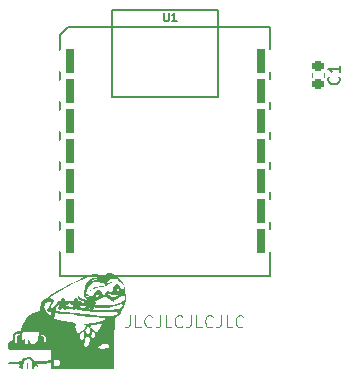
<source format=gto>
G04 #@! TF.GenerationSoftware,KiCad,Pcbnew,8.0.1*
G04 #@! TF.CreationDate,2024-05-20T20:52:03+02:00*
G04 #@! TF.ProjectId,microled-square,6d696372-6f6c-4656-942d-737175617265,rev?*
G04 #@! TF.SameCoordinates,Original*
G04 #@! TF.FileFunction,Legend,Top*
G04 #@! TF.FilePolarity,Positive*
%FSLAX46Y46*%
G04 Gerber Fmt 4.6, Leading zero omitted, Abs format (unit mm)*
G04 Created by KiCad (PCBNEW 8.0.1) date 2024-05-20 20:52:03*
%MOMM*%
%LPD*%
G01*
G04 APERTURE LIST*
G04 Aperture macros list*
%AMRoundRect*
0 Rectangle with rounded corners*
0 $1 Rounding radius*
0 $2 $3 $4 $5 $6 $7 $8 $9 X,Y pos of 4 corners*
0 Add a 4 corners polygon primitive as box body*
4,1,4,$2,$3,$4,$5,$6,$7,$8,$9,$2,$3,0*
0 Add four circle primitives for the rounded corners*
1,1,$1+$1,$2,$3*
1,1,$1+$1,$4,$5*
1,1,$1+$1,$6,$7*
1,1,$1+$1,$8,$9*
0 Add four rect primitives between the rounded corners*
20,1,$1+$1,$2,$3,$4,$5,0*
20,1,$1+$1,$4,$5,$6,$7,0*
20,1,$1+$1,$6,$7,$8,$9,0*
20,1,$1+$1,$8,$9,$2,$3,0*%
G04 Aperture macros list end*
%ADD10C,0.100000*%
%ADD11C,0.300000*%
%ADD12C,0.150000*%
%ADD13C,0.000000*%
%ADD14C,0.127000*%
%ADD15C,0.120000*%
%ADD16RoundRect,1.000000X-0.375000X-0.000010X0.375000X-0.000010X0.375000X0.000010X-0.375000X0.000010X0*%
%ADD17RoundRect,0.225000X-0.250000X0.225000X-0.250000X-0.225000X0.250000X-0.225000X0.250000X0.225000X0*%
%ADD18C,0.600000*%
G04 APERTURE END LIST*
D10*
X35089598Y-46372419D02*
X35089598Y-47086704D01*
X35089598Y-47086704D02*
X35041979Y-47229561D01*
X35041979Y-47229561D02*
X34946741Y-47324800D01*
X34946741Y-47324800D02*
X34803884Y-47372419D01*
X34803884Y-47372419D02*
X34708646Y-47372419D01*
X36041979Y-47372419D02*
X35565789Y-47372419D01*
X35565789Y-47372419D02*
X35565789Y-46372419D01*
X36946741Y-47277180D02*
X36899122Y-47324800D01*
X36899122Y-47324800D02*
X36756265Y-47372419D01*
X36756265Y-47372419D02*
X36661027Y-47372419D01*
X36661027Y-47372419D02*
X36518170Y-47324800D01*
X36518170Y-47324800D02*
X36422932Y-47229561D01*
X36422932Y-47229561D02*
X36375313Y-47134323D01*
X36375313Y-47134323D02*
X36327694Y-46943847D01*
X36327694Y-46943847D02*
X36327694Y-46800990D01*
X36327694Y-46800990D02*
X36375313Y-46610514D01*
X36375313Y-46610514D02*
X36422932Y-46515276D01*
X36422932Y-46515276D02*
X36518170Y-46420038D01*
X36518170Y-46420038D02*
X36661027Y-46372419D01*
X36661027Y-46372419D02*
X36756265Y-46372419D01*
X36756265Y-46372419D02*
X36899122Y-46420038D01*
X36899122Y-46420038D02*
X36946741Y-46467657D01*
X37661027Y-46372419D02*
X37661027Y-47086704D01*
X37661027Y-47086704D02*
X37613408Y-47229561D01*
X37613408Y-47229561D02*
X37518170Y-47324800D01*
X37518170Y-47324800D02*
X37375313Y-47372419D01*
X37375313Y-47372419D02*
X37280075Y-47372419D01*
X38613408Y-47372419D02*
X38137218Y-47372419D01*
X38137218Y-47372419D02*
X38137218Y-46372419D01*
X39518170Y-47277180D02*
X39470551Y-47324800D01*
X39470551Y-47324800D02*
X39327694Y-47372419D01*
X39327694Y-47372419D02*
X39232456Y-47372419D01*
X39232456Y-47372419D02*
X39089599Y-47324800D01*
X39089599Y-47324800D02*
X38994361Y-47229561D01*
X38994361Y-47229561D02*
X38946742Y-47134323D01*
X38946742Y-47134323D02*
X38899123Y-46943847D01*
X38899123Y-46943847D02*
X38899123Y-46800990D01*
X38899123Y-46800990D02*
X38946742Y-46610514D01*
X38946742Y-46610514D02*
X38994361Y-46515276D01*
X38994361Y-46515276D02*
X39089599Y-46420038D01*
X39089599Y-46420038D02*
X39232456Y-46372419D01*
X39232456Y-46372419D02*
X39327694Y-46372419D01*
X39327694Y-46372419D02*
X39470551Y-46420038D01*
X39470551Y-46420038D02*
X39518170Y-46467657D01*
X40232456Y-46372419D02*
X40232456Y-47086704D01*
X40232456Y-47086704D02*
X40184837Y-47229561D01*
X40184837Y-47229561D02*
X40089599Y-47324800D01*
X40089599Y-47324800D02*
X39946742Y-47372419D01*
X39946742Y-47372419D02*
X39851504Y-47372419D01*
X41184837Y-47372419D02*
X40708647Y-47372419D01*
X40708647Y-47372419D02*
X40708647Y-46372419D01*
X42089599Y-47277180D02*
X42041980Y-47324800D01*
X42041980Y-47324800D02*
X41899123Y-47372419D01*
X41899123Y-47372419D02*
X41803885Y-47372419D01*
X41803885Y-47372419D02*
X41661028Y-47324800D01*
X41661028Y-47324800D02*
X41565790Y-47229561D01*
X41565790Y-47229561D02*
X41518171Y-47134323D01*
X41518171Y-47134323D02*
X41470552Y-46943847D01*
X41470552Y-46943847D02*
X41470552Y-46800990D01*
X41470552Y-46800990D02*
X41518171Y-46610514D01*
X41518171Y-46610514D02*
X41565790Y-46515276D01*
X41565790Y-46515276D02*
X41661028Y-46420038D01*
X41661028Y-46420038D02*
X41803885Y-46372419D01*
X41803885Y-46372419D02*
X41899123Y-46372419D01*
X41899123Y-46372419D02*
X42041980Y-46420038D01*
X42041980Y-46420038D02*
X42089599Y-46467657D01*
X42803885Y-46372419D02*
X42803885Y-47086704D01*
X42803885Y-47086704D02*
X42756266Y-47229561D01*
X42756266Y-47229561D02*
X42661028Y-47324800D01*
X42661028Y-47324800D02*
X42518171Y-47372419D01*
X42518171Y-47372419D02*
X42422933Y-47372419D01*
X43756266Y-47372419D02*
X43280076Y-47372419D01*
X43280076Y-47372419D02*
X43280076Y-46372419D01*
X44661028Y-47277180D02*
X44613409Y-47324800D01*
X44613409Y-47324800D02*
X44470552Y-47372419D01*
X44470552Y-47372419D02*
X44375314Y-47372419D01*
X44375314Y-47372419D02*
X44232457Y-47324800D01*
X44232457Y-47324800D02*
X44137219Y-47229561D01*
X44137219Y-47229561D02*
X44089600Y-47134323D01*
X44089600Y-47134323D02*
X44041981Y-46943847D01*
X44041981Y-46943847D02*
X44041981Y-46800990D01*
X44041981Y-46800990D02*
X44089600Y-46610514D01*
X44089600Y-46610514D02*
X44137219Y-46515276D01*
X44137219Y-46515276D02*
X44232457Y-46420038D01*
X44232457Y-46420038D02*
X44375314Y-46372419D01*
X44375314Y-46372419D02*
X44470552Y-46372419D01*
X44470552Y-46372419D02*
X44613409Y-46420038D01*
X44613409Y-46420038D02*
X44661028Y-46467657D01*
D11*
X28478572Y-45149757D02*
X28335715Y-45078328D01*
X28335715Y-45078328D02*
X28121429Y-45078328D01*
X28121429Y-45078328D02*
X27907143Y-45149757D01*
X27907143Y-45149757D02*
X27764286Y-45292614D01*
X27764286Y-45292614D02*
X27692857Y-45435471D01*
X27692857Y-45435471D02*
X27621429Y-45721185D01*
X27621429Y-45721185D02*
X27621429Y-45935471D01*
X27621429Y-45935471D02*
X27692857Y-46221185D01*
X27692857Y-46221185D02*
X27764286Y-46364042D01*
X27764286Y-46364042D02*
X27907143Y-46506900D01*
X27907143Y-46506900D02*
X28121429Y-46578328D01*
X28121429Y-46578328D02*
X28264286Y-46578328D01*
X28264286Y-46578328D02*
X28478572Y-46506900D01*
X28478572Y-46506900D02*
X28550000Y-46435471D01*
X28550000Y-46435471D02*
X28550000Y-45935471D01*
X28550000Y-45935471D02*
X28264286Y-45935471D01*
X29407143Y-45078328D02*
X29407143Y-45435471D01*
X29050000Y-45292614D02*
X29407143Y-45435471D01*
X29407143Y-45435471D02*
X29764286Y-45292614D01*
X29192857Y-45721185D02*
X29407143Y-45435471D01*
X29407143Y-45435471D02*
X29621429Y-45721185D01*
X30550000Y-45078328D02*
X30550000Y-45435471D01*
X30192857Y-45292614D02*
X30550000Y-45435471D01*
X30550000Y-45435471D02*
X30907143Y-45292614D01*
X30335714Y-45721185D02*
X30550000Y-45435471D01*
X30550000Y-45435471D02*
X30764286Y-45721185D01*
X31692857Y-45078328D02*
X31692857Y-45435471D01*
X31335714Y-45292614D02*
X31692857Y-45435471D01*
X31692857Y-45435471D02*
X32050000Y-45292614D01*
X31478571Y-45721185D02*
X31692857Y-45435471D01*
X31692857Y-45435471D02*
X31907143Y-45721185D01*
D12*
X37966166Y-20755533D02*
X37966166Y-21322200D01*
X37966166Y-21322200D02*
X37999500Y-21388866D01*
X37999500Y-21388866D02*
X38032833Y-21422200D01*
X38032833Y-21422200D02*
X38099500Y-21455533D01*
X38099500Y-21455533D02*
X38232833Y-21455533D01*
X38232833Y-21455533D02*
X38299500Y-21422200D01*
X38299500Y-21422200D02*
X38332833Y-21388866D01*
X38332833Y-21388866D02*
X38366166Y-21322200D01*
X38366166Y-21322200D02*
X38366166Y-20755533D01*
X39066166Y-21455533D02*
X38666166Y-21455533D01*
X38866166Y-21455533D02*
X38866166Y-20755533D01*
X38866166Y-20755533D02*
X38799499Y-20855533D01*
X38799499Y-20855533D02*
X38732833Y-20922200D01*
X38732833Y-20922200D02*
X38666166Y-20955533D01*
X52789580Y-26166666D02*
X52837200Y-26214285D01*
X52837200Y-26214285D02*
X52884819Y-26357142D01*
X52884819Y-26357142D02*
X52884819Y-26452380D01*
X52884819Y-26452380D02*
X52837200Y-26595237D01*
X52837200Y-26595237D02*
X52741961Y-26690475D01*
X52741961Y-26690475D02*
X52646723Y-26738094D01*
X52646723Y-26738094D02*
X52456247Y-26785713D01*
X52456247Y-26785713D02*
X52313390Y-26785713D01*
X52313390Y-26785713D02*
X52122914Y-26738094D01*
X52122914Y-26738094D02*
X52027676Y-26690475D01*
X52027676Y-26690475D02*
X51932438Y-26595237D01*
X51932438Y-26595237D02*
X51884819Y-26452380D01*
X51884819Y-26452380D02*
X51884819Y-26357142D01*
X51884819Y-26357142D02*
X51932438Y-26214285D01*
X51932438Y-26214285D02*
X51980057Y-26166666D01*
X52884819Y-25214285D02*
X52884819Y-25785713D01*
X52884819Y-25499999D02*
X51884819Y-25499999D01*
X51884819Y-25499999D02*
X52027676Y-25595237D01*
X52027676Y-25595237D02*
X52122914Y-25690475D01*
X52122914Y-25690475D02*
X52170533Y-25785713D01*
D13*
G36*
X25579692Y-50628307D02*
G01*
X25540615Y-50667384D01*
X25501538Y-50628307D01*
X25540615Y-50589230D01*
X25579692Y-50628307D01*
G37*
G36*
X31805948Y-44206666D02*
G01*
X31795220Y-44253129D01*
X31753846Y-44258769D01*
X31689516Y-44230174D01*
X31701743Y-44206666D01*
X31794494Y-44197313D01*
X31805948Y-44206666D01*
G37*
G36*
X26431239Y-50407975D02*
G01*
X26439384Y-50432923D01*
X26501161Y-50692113D01*
X26495302Y-50856039D01*
X26439384Y-50901846D01*
X26393312Y-50832338D01*
X26369751Y-50657506D01*
X26369021Y-50569692D01*
X26377685Y-50378356D01*
X26395999Y-50329165D01*
X26431239Y-50407975D01*
G37*
G36*
X28659173Y-45165796D02*
G01*
X28579454Y-45281538D01*
X28563161Y-45299344D01*
X28441386Y-45474281D01*
X28392034Y-45631498D01*
X28349329Y-45823014D01*
X28309138Y-45900000D01*
X28261844Y-45940752D01*
X28261112Y-45850020D01*
X28278929Y-45743692D01*
X28357339Y-45474005D01*
X28470210Y-45256195D01*
X28593029Y-45132347D01*
X28643117Y-45118461D01*
X28659173Y-45165796D01*
G37*
G36*
X33812315Y-42916544D02*
G01*
X34093257Y-43135701D01*
X34420451Y-43463621D01*
X34619762Y-43753070D01*
X34705515Y-44030455D01*
X34702375Y-44258523D01*
X34695706Y-44485442D01*
X34730168Y-44662038D01*
X34737465Y-44676925D01*
X34779511Y-44875118D01*
X34756735Y-45148699D01*
X34681279Y-45437008D01*
X34565283Y-45679387D01*
X34526323Y-45731797D01*
X34395028Y-45931357D01*
X34322170Y-46123224D01*
X34321104Y-46129903D01*
X34219827Y-46315541D01*
X34041621Y-46440411D01*
X33789395Y-46564307D01*
X33787621Y-48733077D01*
X33785846Y-50901846D01*
X31089538Y-50901846D01*
X28393230Y-50901846D01*
X28393230Y-50667384D01*
X28393230Y-50432923D01*
X27748461Y-50439093D01*
X27468074Y-50446146D01*
X27273612Y-50459673D01*
X27194487Y-50477220D01*
X27201384Y-50484683D01*
X27286384Y-50586963D01*
X27297880Y-50654359D01*
X27282793Y-50737333D01*
X27228464Y-50676910D01*
X27126111Y-50613637D01*
X27025424Y-50666847D01*
X26986461Y-50789227D01*
X26942764Y-50890237D01*
X26908307Y-50901846D01*
X26843065Y-50830810D01*
X26812255Y-50641072D01*
X26818695Y-50402967D01*
X26772611Y-50195022D01*
X26605269Y-50069733D01*
X26427880Y-50042154D01*
X26222056Y-50109583D01*
X26095310Y-50310557D01*
X26048832Y-50643100D01*
X26048615Y-50672472D01*
X26013607Y-50853649D01*
X25933837Y-50901846D01*
X25855728Y-50852483D01*
X25870316Y-50765077D01*
X25895269Y-50674105D01*
X25841674Y-50694695D01*
X25776914Y-50745538D01*
X25677964Y-50818835D01*
X25677725Y-50781187D01*
X25725954Y-50686923D01*
X25769435Y-50592727D01*
X25756838Y-50550154D01*
X25892307Y-50550154D01*
X25931384Y-50589230D01*
X25970461Y-50550154D01*
X25931384Y-50511077D01*
X25892307Y-50550154D01*
X25756838Y-50550154D01*
X25753871Y-50540125D01*
X25650528Y-50516999D01*
X25430674Y-50511235D01*
X25308903Y-50511077D01*
X25023082Y-50503323D01*
X24863868Y-50475604D01*
X24802129Y-50421232D01*
X24798154Y-50393846D01*
X24830440Y-50330014D01*
X24946484Y-50293552D01*
X25175068Y-50278259D01*
X25342481Y-50276615D01*
X25638681Y-50270307D01*
X25817991Y-50244808D01*
X25919550Y-50190260D01*
X25971633Y-50118118D01*
X26064363Y-50012521D01*
X26130690Y-50005500D01*
X26200584Y-50007172D01*
X26205328Y-49988151D01*
X26274868Y-49944009D01*
X26447288Y-49912593D01*
X26506599Y-49908019D01*
X26718767Y-49914528D01*
X26836224Y-49981874D01*
X26890704Y-50073805D01*
X26997063Y-50209028D01*
X27173240Y-50233159D01*
X27195125Y-50230891D01*
X27393852Y-50214621D01*
X27677587Y-50199181D01*
X27904769Y-50190539D01*
X28393230Y-50175791D01*
X28393230Y-49714007D01*
X28393230Y-49252223D01*
X26732461Y-49261182D01*
X26231444Y-49263633D01*
X25777954Y-49265379D01*
X25397247Y-49266359D01*
X25114581Y-49266514D01*
X24955211Y-49265787D01*
X24934923Y-49265377D01*
X24847122Y-49229599D01*
X24808684Y-49112639D01*
X32379077Y-49112639D01*
X32450809Y-49152860D01*
X32642514Y-49170346D01*
X32828461Y-49166823D01*
X33085487Y-49146498D01*
X33225220Y-49108882D01*
X33286672Y-49037586D01*
X33302820Y-48967538D01*
X33300748Y-48852962D01*
X33223704Y-48802864D01*
X33031630Y-48791694D01*
X33027133Y-48791692D01*
X32779249Y-48826287D01*
X32557705Y-48914015D01*
X32411129Y-49030794D01*
X32379077Y-49112639D01*
X24808684Y-49112639D01*
X24806433Y-49105789D01*
X24798154Y-48914358D01*
X24798424Y-48908923D01*
X25032615Y-48908923D01*
X25071692Y-48948000D01*
X25110769Y-48908923D01*
X25071692Y-48869846D01*
X25032615Y-48908923D01*
X24798424Y-48908923D01*
X24809054Y-48695015D01*
X24855791Y-48586831D01*
X24959420Y-48545357D01*
X24974000Y-48543128D01*
X25089033Y-48499346D01*
X25137818Y-48410038D01*
X25345230Y-48410038D01*
X25357305Y-48656076D01*
X25388732Y-48822484D01*
X25423384Y-48869846D01*
X25468224Y-48799611D01*
X25478299Y-48735696D01*
X25753940Y-48735696D01*
X25821882Y-48850307D01*
X25923981Y-48977513D01*
X26013676Y-49034127D01*
X26048615Y-48999189D01*
X26039050Y-48987077D01*
X27064615Y-48987077D01*
X27103692Y-49026154D01*
X27142769Y-48987077D01*
X27103692Y-48948000D01*
X27064615Y-48987077D01*
X26039050Y-48987077D01*
X25997079Y-48933931D01*
X25881237Y-48823343D01*
X25766270Y-48724329D01*
X25753940Y-48735696D01*
X25478299Y-48735696D01*
X25496493Y-48620268D01*
X25501538Y-48484343D01*
X25512521Y-48244000D01*
X25525624Y-48205538D01*
X25977828Y-48205538D01*
X25989079Y-48375681D01*
X26011526Y-48435156D01*
X26022221Y-48420461D01*
X26101118Y-48326200D01*
X26175571Y-48365514D01*
X26204923Y-48502523D01*
X26241723Y-48675888D01*
X26327908Y-48803887D01*
X26427158Y-48836299D01*
X26438777Y-48830769D01*
X27377230Y-48830769D01*
X27416307Y-48869846D01*
X27455384Y-48830769D01*
X28315077Y-48830769D01*
X28354154Y-48869846D01*
X28393230Y-48830769D01*
X28369778Y-48807316D01*
X31225875Y-48807316D01*
X31237322Y-48902787D01*
X31311724Y-49043129D01*
X31418287Y-49038932D01*
X31543362Y-48895102D01*
X31610276Y-48768718D01*
X31676657Y-48539491D01*
X31674881Y-48324989D01*
X31611690Y-48172648D01*
X31519109Y-48127384D01*
X31416870Y-48196425D01*
X31321056Y-48368153D01*
X31250960Y-48589480D01*
X31225875Y-48807316D01*
X28369778Y-48807316D01*
X28354154Y-48791692D01*
X28315077Y-48830769D01*
X27455384Y-48830769D01*
X27416307Y-48791692D01*
X27377230Y-48830769D01*
X26438777Y-48830769D01*
X26441414Y-48829514D01*
X26469973Y-48736362D01*
X26458869Y-48598173D01*
X26457604Y-48441207D01*
X26518692Y-48411292D01*
X26613059Y-48508699D01*
X26659625Y-48596307D01*
X26778480Y-48755951D01*
X26934957Y-48773008D01*
X27145293Y-48649018D01*
X27152702Y-48643056D01*
X27310442Y-48420941D01*
X27342595Y-48232749D01*
X27360041Y-48042207D01*
X27572417Y-48042207D01*
X27670307Y-48087019D01*
X27789315Y-48171773D01*
X27839348Y-48324534D01*
X27846154Y-48476558D01*
X27864297Y-48673233D01*
X27909665Y-48783257D01*
X27928589Y-48791692D01*
X27976062Y-48719978D01*
X27991285Y-48525797D01*
X27987205Y-48420461D01*
X27965301Y-48195388D01*
X27918397Y-48083195D01*
X27817728Y-48040503D01*
X27728923Y-48030922D01*
X27578607Y-48023102D01*
X27572417Y-48042207D01*
X27360041Y-48042207D01*
X27362503Y-48015317D01*
X27370722Y-47981787D01*
X30845708Y-47981787D01*
X30848410Y-48118665D01*
X30894547Y-48245566D01*
X30999959Y-48419307D01*
X31101508Y-48437537D01*
X31189981Y-48300962D01*
X31215005Y-48221038D01*
X31231251Y-48092920D01*
X31832000Y-48092920D01*
X31870725Y-48271750D01*
X31959268Y-48320123D01*
X32056175Y-48234473D01*
X32101392Y-48116080D01*
X32110650Y-47926455D01*
X32047443Y-47808341D01*
X31935243Y-47800620D01*
X31916963Y-47810560D01*
X31855664Y-47919538D01*
X31832000Y-48092920D01*
X31231251Y-48092920D01*
X31241063Y-48015539D01*
X31221173Y-47826375D01*
X31164421Y-47710577D01*
X31131613Y-47697538D01*
X31042122Y-47749463D01*
X30935035Y-47851851D01*
X30845708Y-47981787D01*
X27370722Y-47981787D01*
X27401663Y-47855568D01*
X27402438Y-47853846D01*
X27406549Y-47796800D01*
X27338679Y-47760692D01*
X27173265Y-47740492D01*
X26884744Y-47731171D01*
X26771818Y-47729758D01*
X26419709Y-47735914D01*
X26166045Y-47760380D01*
X26037414Y-47800354D01*
X26030273Y-47807912D01*
X25994563Y-47935995D01*
X25977882Y-48147236D01*
X25977828Y-48205538D01*
X25525624Y-48205538D01*
X25556584Y-48114660D01*
X25650400Y-48051879D01*
X25665713Y-48046733D01*
X25769322Y-47982192D01*
X25749916Y-47919896D01*
X25638307Y-47889844D01*
X25519729Y-47904598D01*
X25421110Y-47947464D01*
X25368545Y-48037044D01*
X25348026Y-48213908D01*
X25345230Y-48410038D01*
X25137818Y-48410038D01*
X25153264Y-48381761D01*
X25188923Y-48167934D01*
X25217726Y-47976262D01*
X25274545Y-47854194D01*
X25394131Y-47771919D01*
X25611233Y-47699622D01*
X25790519Y-47651820D01*
X25866593Y-47567536D01*
X25946527Y-47384771D01*
X25972347Y-47299764D01*
X26171799Y-46807083D01*
X26474764Y-46430825D01*
X26883764Y-46168824D01*
X27401318Y-46018914D01*
X27475945Y-46007650D01*
X27692945Y-45971320D01*
X27784817Y-45927019D01*
X27782102Y-45852634D01*
X27758111Y-45803368D01*
X27704775Y-45546955D01*
X27709695Y-45527891D01*
X27846154Y-45527891D01*
X27918143Y-45834586D01*
X28113225Y-46139932D01*
X28400067Y-46418381D01*
X28747338Y-46644386D01*
X29123708Y-46792398D01*
X29452622Y-46837846D01*
X29631202Y-46856709D01*
X29898399Y-46905825D01*
X30156615Y-46964941D01*
X30420699Y-47035697D01*
X30554589Y-47088213D01*
X30581012Y-47136636D01*
X30524369Y-47193878D01*
X30441443Y-47269116D01*
X30432371Y-47355022D01*
X30498696Y-47505683D01*
X30535230Y-47574782D01*
X30644246Y-47750350D01*
X30733979Y-47847210D01*
X30752236Y-47853846D01*
X30845924Y-47805287D01*
X31005433Y-47682288D01*
X31091621Y-47606827D01*
X31113257Y-47584015D01*
X31321171Y-47584015D01*
X31334220Y-47717454D01*
X31357981Y-47766170D01*
X31484301Y-47906019D01*
X31615783Y-47912342D01*
X31712179Y-47783728D01*
X31713832Y-47778644D01*
X31716923Y-47590524D01*
X31672176Y-47456507D01*
X31602336Y-47326009D01*
X31733614Y-47326009D01*
X31803209Y-47434925D01*
X31927123Y-47549756D01*
X32106888Y-47686490D01*
X32249025Y-47765251D01*
X32279796Y-47772516D01*
X32370541Y-47710719D01*
X32486601Y-47551271D01*
X32533796Y-47466190D01*
X32629536Y-47269095D01*
X32685611Y-47135423D01*
X32691692Y-47110956D01*
X32624101Y-47094583D01*
X32456057Y-47110589D01*
X32398615Y-47120543D01*
X32174955Y-47156660D01*
X32005680Y-47173623D01*
X31988307Y-47173814D01*
X31823499Y-47218063D01*
X31770815Y-47250970D01*
X31733614Y-47326009D01*
X31602336Y-47326009D01*
X31581847Y-47287725D01*
X31425539Y-47444033D01*
X31321171Y-47584015D01*
X31113257Y-47584015D01*
X31263269Y-47425847D01*
X31352392Y-47281420D01*
X31350420Y-47197881D01*
X31248786Y-47199563D01*
X31233025Y-47205272D01*
X31144993Y-47215320D01*
X31152406Y-47175195D01*
X31249560Y-47129139D01*
X31459097Y-47082768D01*
X31737399Y-47045516D01*
X31763409Y-47043019D01*
X32083600Y-46996585D01*
X32397471Y-46923043D01*
X32672345Y-46833909D01*
X32875544Y-46740701D01*
X32974391Y-46654936D01*
X32973374Y-46616561D01*
X32883476Y-46587291D01*
X32668274Y-46556562D01*
X32358692Y-46527782D01*
X31985658Y-46504359D01*
X31932080Y-46501791D01*
X31505209Y-46473697D01*
X31100206Y-46432119D01*
X30762895Y-46382612D01*
X30549579Y-46334156D01*
X30248802Y-46268844D01*
X29857090Y-46225948D01*
X29487076Y-46212615D01*
X29145985Y-46207664D01*
X28923595Y-46187996D01*
X28782480Y-46146392D01*
X28685213Y-46075630D01*
X28664627Y-46053941D01*
X28647795Y-46017230D01*
X28823077Y-46017230D01*
X29565538Y-46063425D01*
X30406226Y-46135784D01*
X31380480Y-46256009D01*
X32144615Y-46369374D01*
X32445204Y-46398998D01*
X32808603Y-46408912D01*
X33191430Y-46401015D01*
X33550301Y-46377204D01*
X33841835Y-46339376D01*
X34022648Y-46289429D01*
X34027302Y-46287026D01*
X34146875Y-46200465D01*
X34176473Y-46151250D01*
X34102597Y-46132229D01*
X33898377Y-46115360D01*
X33589774Y-46101889D01*
X33202749Y-46093059D01*
X32906473Y-46090336D01*
X32397877Y-46081893D01*
X31934697Y-46062105D01*
X31551058Y-46033078D01*
X31281087Y-45996923D01*
X31235754Y-45987115D01*
X30962702Y-45921662D01*
X30749485Y-45876803D01*
X30541903Y-45843918D01*
X30285755Y-45814388D01*
X29936769Y-45780526D01*
X29612799Y-45742133D01*
X29421433Y-45697406D01*
X29338970Y-45639574D01*
X29331077Y-45607499D01*
X29368943Y-45532426D01*
X29505483Y-45527025D01*
X29585077Y-45540318D01*
X29794895Y-45575472D01*
X30092458Y-45619150D01*
X30386154Y-45658371D01*
X30762257Y-45709504D01*
X31189988Y-45772838D01*
X31519384Y-45825284D01*
X32028773Y-45891272D01*
X32559335Y-45927263D01*
X33075308Y-45933730D01*
X33540933Y-45911146D01*
X33920449Y-45859982D01*
X34157616Y-45790438D01*
X34400232Y-45647425D01*
X34488742Y-45504299D01*
X34489230Y-45492748D01*
X34464647Y-45385583D01*
X34430615Y-45377086D01*
X34332358Y-45414475D01*
X34125347Y-45483203D01*
X33850563Y-45569756D01*
X33790989Y-45588043D01*
X33487336Y-45672837D01*
X33225430Y-45720710D01*
X32947196Y-45737191D01*
X32594564Y-45727809D01*
X32423297Y-45718272D01*
X32001535Y-45683297D01*
X31557325Y-45630985D01*
X31166122Y-45570677D01*
X31050461Y-45548320D01*
X30486733Y-45434001D01*
X30051851Y-45355906D01*
X29723017Y-45312373D01*
X29477431Y-45301740D01*
X29292294Y-45322343D01*
X29144806Y-45372520D01*
X29083643Y-45404889D01*
X28898363Y-45546318D01*
X28827742Y-45709554D01*
X28823077Y-45787149D01*
X28823077Y-46017230D01*
X28647795Y-46017230D01*
X28571534Y-45850899D01*
X28619804Y-45624865D01*
X28801345Y-45398633D01*
X28933358Y-45296725D01*
X29227329Y-45166417D01*
X29606973Y-45120801D01*
X30087697Y-45159731D01*
X30674280Y-45280407D01*
X31054349Y-45355977D01*
X31513694Y-45417807D01*
X32016124Y-45464121D01*
X32525451Y-45493138D01*
X33005486Y-45503083D01*
X33420040Y-45492177D01*
X33732925Y-45458642D01*
X33831507Y-45435511D01*
X34253809Y-45280466D01*
X34538012Y-45120338D01*
X34678621Y-44959676D01*
X34670143Y-44803029D01*
X34642934Y-44763631D01*
X34563633Y-44715767D01*
X34429778Y-44732650D01*
X34202397Y-44819979D01*
X34174504Y-44832152D01*
X33959368Y-44943237D01*
X33818814Y-45047614D01*
X33787688Y-45098923D01*
X33739604Y-45189213D01*
X33610707Y-45160357D01*
X33415456Y-45017123D01*
X33347321Y-44953742D01*
X33096739Y-44710868D01*
X32599262Y-44955776D01*
X32202539Y-45109295D01*
X31797315Y-45194261D01*
X31413834Y-45212041D01*
X31082339Y-45164002D01*
X30833073Y-45051510D01*
X30696281Y-44875930D01*
X30694232Y-44869705D01*
X30672367Y-44709990D01*
X30733221Y-44676435D01*
X30856936Y-44777261D01*
X30872661Y-44795852D01*
X30992725Y-44895014D01*
X31165778Y-44990970D01*
X31343304Y-45063385D01*
X31476787Y-45091924D01*
X31519384Y-45066918D01*
X31466910Y-44991326D01*
X31367779Y-44896527D01*
X31233603Y-44720059D01*
X31230080Y-44695039D01*
X31403243Y-44695039D01*
X31494033Y-44796134D01*
X31508504Y-44808446D01*
X31680925Y-44917660D01*
X31821119Y-44957200D01*
X31881476Y-44939064D01*
X31794782Y-44890001D01*
X31781382Y-44884523D01*
X31626055Y-44796531D01*
X31589779Y-44760734D01*
X32248093Y-44760734D01*
X32333487Y-44805846D01*
X32441147Y-44742920D01*
X32457230Y-44682102D01*
X32411789Y-44590952D01*
X32364423Y-44589295D01*
X32261215Y-44667085D01*
X32248093Y-44760734D01*
X31589779Y-44760734D01*
X31561846Y-44733169D01*
X31448537Y-44655480D01*
X31417080Y-44652138D01*
X31403243Y-44695039D01*
X31230080Y-44695039D01*
X31200747Y-44486736D01*
X31225000Y-44363198D01*
X31381522Y-44363198D01*
X31391481Y-44455430D01*
X31492420Y-44584769D01*
X31675465Y-44710174D01*
X31856767Y-44716940D01*
X31990076Y-44609471D01*
X32019835Y-44534563D01*
X32125319Y-44346570D01*
X32299060Y-44223965D01*
X32483522Y-44205152D01*
X32503587Y-44211671D01*
X32614190Y-44312308D01*
X32690931Y-44452151D01*
X32789361Y-44616571D01*
X32896649Y-44625330D01*
X32979130Y-44515585D01*
X33187441Y-44515585D01*
X33241802Y-44587719D01*
X33316923Y-44649538D01*
X33576187Y-44777066D01*
X33848515Y-44792056D01*
X34020307Y-44727692D01*
X34054909Y-44679154D01*
X33956336Y-44655316D01*
X33809997Y-44650735D01*
X33595409Y-44632867D01*
X33454420Y-44589612D01*
X33434154Y-44571384D01*
X33322669Y-44503678D01*
X33253695Y-44494968D01*
X33187441Y-44515585D01*
X32979130Y-44515585D01*
X33007084Y-44478390D01*
X33018528Y-44454154D01*
X33125894Y-44287980D01*
X33226098Y-44277501D01*
X33277846Y-44336923D01*
X33397007Y-44424259D01*
X33531542Y-44387235D01*
X33636506Y-44245691D01*
X33644189Y-44219692D01*
X34020307Y-44219692D01*
X34059963Y-44316960D01*
X34104323Y-44321943D01*
X34185068Y-44241259D01*
X34188338Y-44219692D01*
X34127494Y-44128054D01*
X34104323Y-44117441D01*
X34033059Y-44155167D01*
X34020307Y-44219692D01*
X33644189Y-44219692D01*
X33659310Y-44168525D01*
X33754295Y-43900061D01*
X33893147Y-43742221D01*
X34049072Y-43704515D01*
X34195277Y-43796450D01*
X34279547Y-43948420D01*
X34379040Y-44116155D01*
X34486784Y-44162445D01*
X34608980Y-44086070D01*
X34626407Y-43949154D01*
X34559074Y-43785294D01*
X34426994Y-43628085D01*
X34250176Y-43511125D01*
X34073250Y-43468164D01*
X33944295Y-43453337D01*
X33945402Y-43428440D01*
X33962649Y-43423173D01*
X34056940Y-43361683D01*
X34055729Y-43315008D01*
X33936762Y-43253022D01*
X33734963Y-43249882D01*
X33509514Y-43299133D01*
X33319595Y-43394319D01*
X33318090Y-43395469D01*
X33192029Y-43525913D01*
X33188576Y-43603989D01*
X33296284Y-43600488D01*
X33383245Y-43561716D01*
X33573782Y-43495054D01*
X33683016Y-43483400D01*
X33702998Y-43508598D01*
X33597831Y-43566179D01*
X33487091Y-43609037D01*
X33274640Y-43703361D01*
X33132907Y-43801905D01*
X33107498Y-43837328D01*
X32999461Y-43915539D01*
X32773707Y-43946069D01*
X32758974Y-43946154D01*
X32473190Y-43977392D01*
X32196454Y-44053206D01*
X32181182Y-44059396D01*
X32007802Y-44122739D01*
X31915034Y-44138902D01*
X31910154Y-44133562D01*
X31978030Y-44070773D01*
X32146669Y-43995200D01*
X32363587Y-43924838D01*
X32576301Y-43877687D01*
X32684569Y-43868000D01*
X32894526Y-43839370D01*
X32957926Y-43764064D01*
X32871456Y-43657957D01*
X32743629Y-43584855D01*
X32392745Y-43496237D01*
X32045224Y-43561379D01*
X31712728Y-43777953D01*
X31695230Y-43794097D01*
X31502956Y-44012550D01*
X31446218Y-44176954D01*
X31527303Y-44280126D01*
X31538923Y-44285163D01*
X31566337Y-44319569D01*
X31499846Y-44330753D01*
X31381522Y-44363198D01*
X31225000Y-44363198D01*
X31264493Y-44162037D01*
X31266466Y-44155247D01*
X31313558Y-43939296D01*
X31320818Y-43779116D01*
X31315379Y-43756486D01*
X31340149Y-43672615D01*
X31519384Y-43672615D01*
X31558461Y-43711692D01*
X31597538Y-43672615D01*
X31558461Y-43633538D01*
X31519384Y-43672615D01*
X31340149Y-43672615D01*
X31346636Y-43650649D01*
X31435081Y-43538397D01*
X31678995Y-43538397D01*
X31713191Y-43531274D01*
X31753846Y-43507778D01*
X31905010Y-43435433D01*
X32118714Y-43351099D01*
X32144615Y-43341859D01*
X32418154Y-43245565D01*
X32145662Y-43284988D01*
X31925023Y-43347237D01*
X31761193Y-43444487D01*
X31754893Y-43450907D01*
X31678995Y-43538397D01*
X31435081Y-43538397D01*
X31469381Y-43494865D01*
X31557250Y-43410624D01*
X31782226Y-43245302D01*
X32006703Y-43174176D01*
X32205950Y-43162238D01*
X32416803Y-43155138D01*
X32490923Y-43132458D01*
X32451835Y-43091013D01*
X33082461Y-43091013D01*
X33137337Y-43108291D01*
X33270411Y-43044973D01*
X33280285Y-43038599D01*
X33408372Y-42938229D01*
X33444117Y-42875096D01*
X33443286Y-42874158D01*
X33353478Y-42876439D01*
X33218933Y-42944599D01*
X33108576Y-43037213D01*
X33082461Y-43091013D01*
X32451835Y-43091013D01*
X32447680Y-43086607D01*
X32428450Y-43075029D01*
X32209140Y-43019744D01*
X31900416Y-43033998D01*
X31549204Y-43110883D01*
X31202427Y-43243493D01*
X31167692Y-43260617D01*
X30390672Y-43655554D01*
X29743175Y-43990880D01*
X29213717Y-44274431D01*
X28790816Y-44514046D01*
X28462989Y-44717562D01*
X28218753Y-44892819D01*
X28046625Y-45047655D01*
X27935122Y-45189907D01*
X27872762Y-45327413D01*
X27848062Y-45468013D01*
X27846154Y-45527891D01*
X27709695Y-45527891D01*
X27780519Y-45253483D01*
X27974686Y-44955934D01*
X28061769Y-44863603D01*
X28233954Y-44729829D01*
X28529722Y-44539349D01*
X28931468Y-44302522D01*
X29421585Y-44029708D01*
X29982469Y-43731267D01*
X30013345Y-43715187D01*
X30600323Y-43413183D01*
X31070189Y-43181763D01*
X31442274Y-43015252D01*
X31735907Y-42907973D01*
X31970419Y-42854252D01*
X32165139Y-42848413D01*
X32339399Y-42884779D01*
X32512527Y-42957675D01*
X32542077Y-42972691D01*
X32713915Y-43046640D01*
X32837199Y-43031381D01*
X32978582Y-42933614D01*
X33242731Y-42791045D01*
X33514690Y-42784275D01*
X33812315Y-42916544D01*
G37*
D14*
X29165000Y-22591500D02*
X29165000Y-43070000D01*
X29165000Y-43070000D02*
X46965000Y-43070000D01*
X29836541Y-21920000D02*
X29165000Y-22591500D01*
X33561000Y-27848000D02*
X33561000Y-20495000D01*
X33565000Y-20496000D02*
X42560000Y-20496000D01*
X42560000Y-20496000D02*
X42560000Y-27848000D01*
X42560000Y-27848000D02*
X33561000Y-27848000D01*
X46965000Y-21920000D02*
X29836541Y-21920000D01*
X46965000Y-43070000D02*
X46965000Y-21920000D01*
D15*
X50490000Y-25859420D02*
X50490000Y-26140580D01*
X51510000Y-25859420D02*
X51510000Y-26140580D01*
%LPC*%
D16*
X30000000Y-24800000D03*
X30000000Y-27340000D03*
X30000000Y-29880000D03*
X30000000Y-32420000D03*
X30000000Y-34960000D03*
X30000000Y-37500000D03*
X30000000Y-40040000D03*
X46165000Y-40040000D03*
X46165000Y-37500000D03*
X46165000Y-34960000D03*
X46165000Y-32420000D03*
X46165000Y-29880000D03*
X46165000Y-27340000D03*
X46165000Y-24800000D03*
D17*
X51000000Y-25225000D03*
X51000000Y-26775000D03*
D18*
X47200000Y-50300000D03*
X41000000Y-50300000D03*
X34900000Y-50400000D03*
X28900000Y-50400000D03*
X48200000Y-44600000D03*
X42100000Y-44700000D03*
X35900000Y-44700000D03*
X30000000Y-44700000D03*
X25200000Y-44600000D03*
X49400000Y-38200000D03*
X40500000Y-38000000D03*
X34400000Y-38000000D03*
X26600000Y-38100000D03*
X43400000Y-25200000D03*
X24500000Y-25800000D03*
X32500000Y-25400000D03*
X26300000Y-31900000D03*
X42700000Y-31800000D03*
X50200000Y-31800000D03*
X49000000Y-22500000D03*
X24500000Y-24000000D03*
%LPD*%
M02*

</source>
